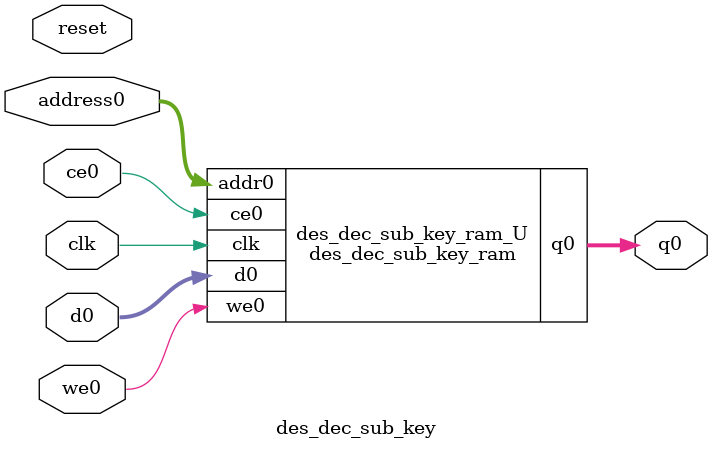
<source format=v>
`timescale 1 ns / 1 ps
module des_dec_sub_key_ram (addr0, ce0, d0, we0, q0,  clk);

parameter DWIDTH = 64;
parameter AWIDTH = 4;
parameter MEM_SIZE = 16;

input[AWIDTH-1:0] addr0;
input ce0;
input[DWIDTH-1:0] d0;
input we0;
output reg[DWIDTH-1:0] q0;
input clk;

(* ram_style = "block" *)reg [DWIDTH-1:0] ram[0:MEM_SIZE-1];




always @(posedge clk)  
begin 
    if (ce0) 
    begin
        if (we0) 
        begin 
            ram[addr0] <= d0; 
        end 
        q0 <= ram[addr0];
    end
end


endmodule

`timescale 1 ns / 1 ps
module des_dec_sub_key(
    reset,
    clk,
    address0,
    ce0,
    we0,
    d0,
    q0);

parameter DataWidth = 32'd64;
parameter AddressRange = 32'd16;
parameter AddressWidth = 32'd4;
input reset;
input clk;
input[AddressWidth - 1:0] address0;
input ce0;
input we0;
input[DataWidth - 1:0] d0;
output[DataWidth - 1:0] q0;



des_dec_sub_key_ram des_dec_sub_key_ram_U(
    .clk( clk ),
    .addr0( address0 ),
    .ce0( ce0 ),
    .we0( we0 ),
    .d0( d0 ),
    .q0( q0 ));

endmodule


</source>
